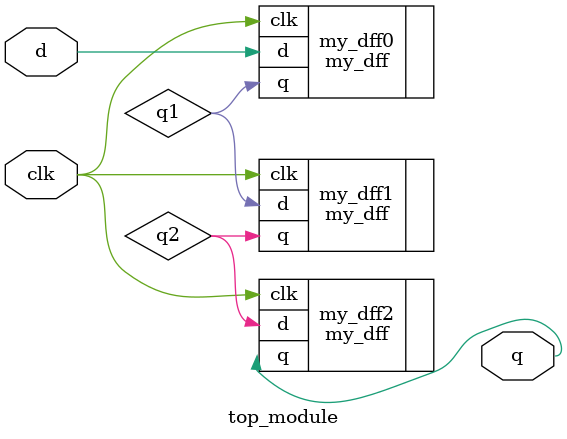
<source format=v>
module top_module (
    input clk,
    input d,
    output q
);

wire q1, q2;

my_dff my_dff0(
     .clk  (clk)
    ,.d    (d)
    ,.q    (q1)
);

my_dff my_dff1(
     .clk  (clk)
    ,.d    (q1)
    ,.q    (q2)
);

my_dff my_dff2(
     .clk  (clk)
    ,.d    (q2)
    ,.q    (q)
);

endmodule

</source>
